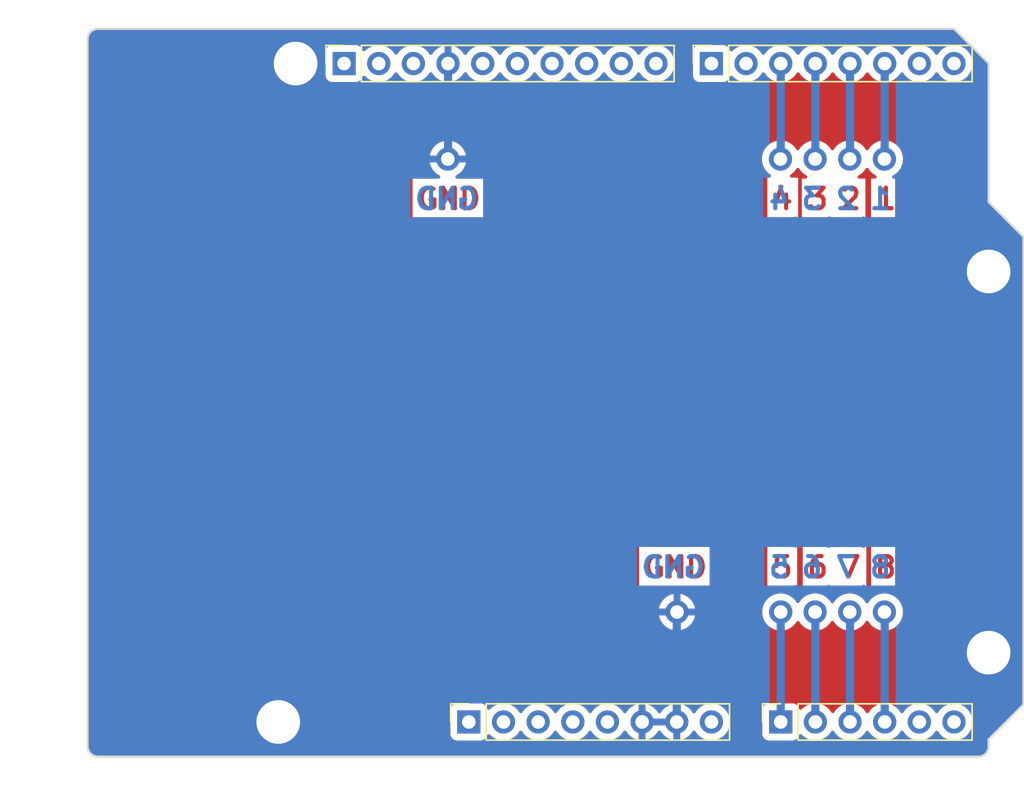
<source format=kicad_pcb>
(kicad_pcb (version 20240108) (generator "pcbnew") (generator_version "8.0")
  (title_block (date "mar. 31 mars 2015"))
  (layers (0 "F.Cu" signal) (31 "B.Cu" signal) (34 "B.Paste" user) (35 "F.Paste" user) (36 "B.SilkS" user "B.Silkscreen") (37 "F.SilkS" user "F.Silkscreen") (38 "B.Mask" user) (39 "F.Mask" user) (44 "Edge.Cuts" user))
  (net 0 "")
  (net 1 "GND")
  (net 3 "+5V")
  (net 4 "/IOREF")
  (net 5 "/A0")
  (net 6 "/A1")
  (net 7 "/A2")
  (net 8 "/A3")
  (net 9 "/SCL")
  (net 10 "/SDA")
  (net 11 "/13")
  (net 12 "/12")
  (net 13 "/AREF")
  (net 14 "/8")
  (net 15 "/7")
  (net 16 "/*11")
  (net 17 "/*10")
  (net 18 "/*9")
  (net 19 "/4")
  (net 20 "/2")
  (net 21 "/*6")
  (net 22 "/*5")
  (net 23 "/TX{slash}1")
  (net 24 "/*3")
  (net 25 "/RX{slash}0")
  (net 26 "+3V3")
  (net 27 "VCC")
  (net 28 "/~{RESET}")
  (net 29 "/A5")
  (net 30 "/A4")
  (footprint "Connector_PinSocket_2.54mm:PinSocket_1x08_P2.54mm_Vertical" (layer "F.Cu") (at 127.94 97.46 90)
    (property "Reference" "J1" (hide yes))
    (property "Value" "Power")
    (fp_line (start 1.33 -1.33) (end 1.33 0) (stroke (width 0.12)) (layer "F.SilkS"))
    (fp_line (start 0 -1.33) (end 1.33 -1.33) (stroke (width 0.12)) (layer "F.SilkS"))
    (fp_line (start 1.33 1.27) (end 1.33 19.11) (stroke (width 0.12)) (layer "F.SilkS"))
    (fp_line (start -1.33 1.27) (end 1.33 1.27) (stroke (width 0.12)) (layer "F.SilkS"))
    (fp_line (start -1.33 1.27) (end -1.33 19.11) (stroke (width 0.12)) (layer "F.SilkS"))
    (fp_line (start -1.33 19.11) (end 1.33 19.11) (stroke (width 0.12)) (layer "F.SilkS"))
    (pad "1" thru_hole rect (at 0 0 90) (size 1.7 1.7) (drill 1) (layers "*.Cu" "*.Mask"))
    (pad "2" thru_hole oval (at 0 2.54 90) (size 1.7 1.7) (drill 1) (layers "*.Cu" "*.Mask") (net 4 "/IOREF"))
    (pad "3" thru_hole oval (at 0 5.08 90) (size 1.7 1.7) (drill 1) (layers "*.Cu" "*.Mask") (net 28 "/~{RESET}"))
    (pad "4" thru_hole oval (at 0 7.62 90) (size 1.7 1.7) (drill 1) (layers "*.Cu" "*.Mask") (net 26 "+3V3"))
    (pad "5" thru_hole oval (at 0 10.16 90) (size 1.7 1.7) (drill 1) (layers "*.Cu" "*.Mask") (net 3 "+5V"))
    (pad "6" thru_hole oval (at 0 12.7 90) (size 1.7 1.7) (drill 1) (layers "*.Cu" "*.Mask") (net 1 "GND"))
    (pad "7" thru_hole oval (at 0 15.24 90) (size 1.7 1.7) (drill 1) (layers "*.Cu" "*.Mask") (net 1 "GND"))
    (pad "8" thru_hole oval (at 0 17.78 90) (size 1.7 1.7) (drill 1) (layers "*.Cu" "*.Mask") (net 27 "VCC"))
  )
  (footprint "Connector_PinSocket_2.54mm:PinSocket_1x06_P2.54mm_Vertical" (layer "F.Cu") (at 150.8 97.46 90)
    (property "Reference" "J3" (hide yes))
    (property "Value" "Analog")
    (fp_line (start 1.33 -1.33) (end 1.33 0) (stroke (width 0.12)) (layer "F.SilkS"))
    (fp_line (start 0 -1.33) (end 1.33 -1.33) (stroke (width 0.12)) (layer "F.SilkS"))
    (fp_line (start 1.33 1.27) (end 1.33 14.03) (stroke (width 0.12)) (layer "F.SilkS"))
    (fp_line (start -1.33 1.27) (end 1.33 1.27) (stroke (width 0.12)) (layer "F.SilkS"))
    (fp_line (start -1.33 1.27) (end -1.33 14.03) (stroke (width 0.12)) (layer "F.SilkS"))
    (fp_line (start -1.33 14.03) (end 1.33 14.03) (stroke (width 0.12)) (layer "F.SilkS"))
    (pad "1" thru_hole rect (at 0 0 90) (size 1.7 1.7) (drill 1) (layers "*.Cu" "*.Mask") (net 5 "/A0"))
    (pad "2" thru_hole oval (at 0 2.54 90) (size 1.7 1.7) (drill 1) (layers "*.Cu" "*.Mask") (net 6 "/A1"))
    (pad "3" thru_hole oval (at 0 5.08 90) (size 1.7 1.7) (drill 1) (layers "*.Cu" "*.Mask") (net 7 "/A2"))
    (pad "4" thru_hole oval (at 0 7.62 90) (size 1.7 1.7) (drill 1) (layers "*.Cu" "*.Mask") (net 8 "/A3"))
    (pad "5" thru_hole oval (at 0 10.16 90) (size 1.7 1.7) (drill 1) (layers "*.Cu" "*.Mask") (net 30 "/A4"))
    (pad "6" thru_hole oval (at 0 12.7 90) (size 1.7 1.7) (drill 1) (layers "*.Cu" "*.Mask") (net 29 "/A5"))
  )
  (footprint "Connector_PinSocket_2.54mm:PinSocket_1x10_P2.54mm_Vertical" (layer "F.Cu") (at 118.796 49.2 90)
    (property "Reference" "J2" (hide yes))
    (property "Value" "Digital/PWM")
    (fp_line (start 1.33 -1.33) (end 1.33 0) (stroke (width 0.12)) (layer "F.SilkS"))
    (fp_line (start 0 -1.33) (end 1.33 -1.33) (stroke (width 0.12)) (layer "F.SilkS"))
    (fp_line (start 1.33 1.27) (end 1.33 24.19) (stroke (width 0.12)) (layer "F.SilkS"))
    (fp_line (start -1.33 1.27) (end 1.33 1.27) (stroke (width 0.12)) (layer "F.SilkS"))
    (fp_line (start -1.33 1.27) (end -1.33 24.19) (stroke (width 0.12)) (layer "F.SilkS"))
    (fp_line (start -1.33 24.19) (end 1.33 24.19) (stroke (width 0.12)) (layer "F.SilkS"))
    (pad "1" thru_hole rect (at 0 0 90) (size 1.7 1.7) (drill 1) (layers "*.Cu" "*.Mask") (net 9 "/SCL"))
    (pad "2" thru_hole oval (at 0 2.54 90) (size 1.7 1.7) (drill 1) (layers "*.Cu" "*.Mask") (net 10 "/SDA"))
    (pad "3" thru_hole oval (at 0 5.08 90) (size 1.7 1.7) (drill 1) (layers "*.Cu" "*.Mask") (net 13 "/AREF"))
    (pad "4" thru_hole oval (at 0 7.62 90) (size 1.7 1.7) (drill 1) (layers "*.Cu" "*.Mask") (net 1 "GND"))
    (pad "5" thru_hole oval (at 0 10.16 90) (size 1.7 1.7) (drill 1) (layers "*.Cu" "*.Mask") (net 11 "/13"))
    (pad "6" thru_hole oval (at 0 12.7 90) (size 1.7 1.7) (drill 1) (layers "*.Cu" "*.Mask") (net 12 "/12"))
    (pad "7" thru_hole oval (at 0 15.24 90) (size 1.7 1.7) (drill 1) (layers "*.Cu" "*.Mask") (net 16 "/*11"))
    (pad "8" thru_hole oval (at 0 17.78 90) (size 1.7 1.7) (drill 1) (layers "*.Cu" "*.Mask") (net 17 "/*10"))
    (pad "9" thru_hole oval (at 0 20.32 90) (size 1.7 1.7) (drill 1) (layers "*.Cu" "*.Mask") (net 18 "/*9"))
    (pad "10" thru_hole oval (at 0 22.86 90) (size 1.7 1.7) (drill 1) (layers "*.Cu" "*.Mask") (net 14 "/8"))
  )
  (footprint "Connector_PinSocket_2.54mm:PinSocket_1x08_P2.54mm_Vertical" (layer "F.Cu") (at 145.72 49.2 90)
    (property "Reference" "J4" (hide yes))
    (property "Value" "Digital/PWM")
    (fp_line (start 1.33 -1.33) (end 1.33 0) (stroke (width 0.12)) (layer "F.SilkS"))
    (fp_line (start 0 -1.33) (end 1.33 -1.33) (stroke (width 0.12)) (layer "F.SilkS"))
    (fp_line (start 1.33 1.27) (end 1.33 19.11) (stroke (width 0.12)) (layer "F.SilkS"))
    (fp_line (start -1.33 1.27) (end 1.33 1.27) (stroke (width 0.12)) (layer "F.SilkS"))
    (fp_line (start -1.33 1.27) (end -1.33 19.11) (stroke (width 0.12)) (layer "F.SilkS"))
    (fp_line (start -1.33 19.11) (end 1.33 19.11) (stroke (width 0.12)) (layer "F.SilkS"))
    (pad "1" thru_hole rect (at 0 0 90) (size 1.7 1.7) (drill 1) (layers "*.Cu" "*.Mask") (net 15 "/7"))
    (pad "2" thru_hole oval (at 0 2.54 90) (size 1.7 1.7) (drill 1) (layers "*.Cu" "*.Mask") (net 21 "/*6"))
    (pad "3" thru_hole oval (at 0 5.08 90) (size 1.7 1.7) (drill 1) (layers "*.Cu" "*.Mask") (net 22 "/*5"))
    (pad "4" thru_hole oval (at 0 7.62 90) (size 1.7 1.7) (drill 1) (layers "*.Cu" "*.Mask") (net 19 "/4"))
    (pad "5" thru_hole oval (at 0 10.16 90) (size 1.7 1.7) (drill 1) (layers "*.Cu" "*.Mask") (net 24 "/*3"))
    (pad "6" thru_hole oval (at 0 12.7 90) (size 1.7 1.7) (drill 1) (layers "*.Cu" "*.Mask") (net 20 "/2"))
    (pad "7" thru_hole oval (at 0 15.24 90) (size 1.7 1.7) (drill 1) (layers "*.Cu" "*.Mask") (net 23 "/TX{slash}1"))
    (pad "8" thru_hole oval (at 0 17.78 90) (size 1.7 1.7) (drill 1) (layers "*.Cu" "*.Mask") (net 25 "/RX{slash}0"))
  )
  (footprint "" (layer "F.Cu") (at 150.78 56.2)
    (property "Reference" "" (at 0 0 0) (layer "F.SilkS") (effects (font (size 1.27 1.27))))
    (property "Value" "")
    (pad "3" thru_hole oval (at 0 0 90) (size 1.7 1.7) (drill 1) (layers "*.Cu" "*.Mask") (net 22 "/*5"))
  )
  (footprint "" (layer "F.Cu") (at 126.4 56.2)
    (property "Reference" "" (at 0 0 0) (layer "F.SilkS") (effects (font (size 1.27 1.27))))
    (property "Value" "")
    (pad "4" thru_hole oval (at 0 0 90) (size 1.7 1.7) (drill 1) (layers "*.Cu" "*.Mask") (net 1 "GND"))
  )
  (footprint "" (layer "F.Cu") (at 153.32 56.2)
    (property "Reference" "" (at 0 0 0) (layer "F.SilkS") (effects (font (size 1.27 1.27))))
    (property "Value" "")
    (pad "4" thru_hole oval (at 0 0 90) (size 1.7 1.7) (drill 1) (layers "*.Cu" "*.Mask") (net 19 "/4"))
  )
  (footprint "" (layer "F.Cu") (at 155.86 89.4)
    (property "Reference" "" (at 0 0 0) (layer "F.SilkS") (effects (font (size 1.27 1.27))))
    (property "Value" "")
    (pad "3" thru_hole oval (at 0 0 90) (size 1.7 1.7) (drill 1) (layers "*.Cu" "*.Mask") (net 7 "/A2"))
  )
  (footprint "" (layer "F.Cu") (at 143.2 89.4)
    (property "Reference" "" (at 0 0 0) (layer "F.SilkS") (effects (font (size 1.27 1.27))))
    (property "Value" "")
    (pad "7" thru_hole oval (at 0 0 90) (size 1.7 1.7) (drill 1) (layers "*.Cu" "*.Mask") (net 1 "GND"))
  )
  (footprint "Arduino_MountingHole:MountingHole_3.2mm" (layer "F.Cu") (at 115.24 49.2)
    (property "Reference" "MH1" (hide yes))
    (property "Value" "MountingHole_3.2mm" (hide yes))
    (pad "" np_thru_hole circle (at 0 0) (size 3.2 3.2) (drill 3.2) (layers "*.Cu" "*.Mask"))
  )
  (footprint "" (layer "F.Cu") (at 158.4 56.2)
    (property "Reference" "" (at 0 0 0) (layer "F.SilkS") (effects (font (size 1.27 1.27))))
    (property "Value" "")
    (pad "6" thru_hole oval (at 0 0 90) (size 1.7 1.7) (drill 1) (layers "*.Cu" "*.Mask") (net 20 "/2"))
  )
  (footprint "" (layer "F.Cu") (at 155.86 56.2)
    (property "Reference" "" (at 0 0 0) (layer "F.SilkS") (effects (font (size 1.27 1.27))))
    (property "Value" "")
    (pad "5" thru_hole oval (at 0 0 90) (size 1.7 1.7) (drill 1) (layers "*.Cu" "*.Mask") (net 24 "/*3"))
  )
  (footprint "" (layer "F.Cu") (at 153.32 89.4)
    (property "Reference" "" (at 0 0 0) (layer "F.SilkS") (effects (font (size 1.27 1.27))))
    (property "Value" "")
    (pad "2" thru_hole oval (at 0 0 90) (size 1.7 1.7) (drill 1) (layers "*.Cu" "*.Mask") (net 6 "/A1"))
  )
  (footprint "" (layer "F.Cu") (at 150.8 89.4)
    (property "Reference" "" (at 0 0 0) (layer "F.SilkS") (effects (font (size 1.27 1.27))))
    (property "Value" "")
    (pad "1" thru_hole oval (at 0 0 90) (size 1.7 1.7) (drill 1) (layers "*.Cu" "*.Mask") (net 5 "/A0"))
  )
  (footprint "Arduino_MountingHole:MountingHole_3.2mm" (layer "F.Cu") (at 113.97 97.46)
    (property "Reference" "MH2" (hide yes))
    (property "Value" "MountingHole_3.2mm" (hide yes))
    (pad "" np_thru_hole circle (at 0 0) (size 3.2 3.2) (drill 3.2) (layers "*.Cu" "*.Mask"))
  )
  (footprint "Arduino_MountingHole:MountingHole_3.2mm" (layer "F.Cu") (at 166.04 64.44)
    (property "Reference" "MH3" (hide yes))
    (property "Value" "MountingHole_3.2mm" (hide yes))
    (pad "" np_thru_hole circle (at 0 0) (size 3.2 3.2) (drill 3.2) (layers "*.Cu" "*.Mask"))
  )
  (footprint "" (layer "F.Cu") (at 158.4 89.4)
    (property "Reference" "" (at 0 0 0) (layer "F.SilkS") (effects (font (size 1.27 1.27))))
    (property "Value" "")
    (pad "4" thru_hole oval (at 0 0 90) (size 1.7 1.7) (drill 1) (layers "*.Cu" "*.Mask") (net 8 "/A3"))
  )
  (footprint "Arduino_MountingHole:MountingHole_3.2mm" (layer "F.Cu") (at 166.04 92.38)
    (property "Reference" "MH4" (hide yes))
    (property "Value" "MountingHole_3.2mm" (hide yes))
    (pad "" np_thru_hole circle (at 0 0) (size 3.2 3.2) (drill 3.2) (layers "*.Cu" "*.Mask"))
  )
  (gr_line (start 166.04 59.36) (end 168.58 61.9) (stroke (width 0.15)) (layer "Edge.Cuts"))
  (gr_line (start 100 99.238) (end 100 47.422) (stroke (width 0.15)) (layer "Edge.Cuts"))
  (gr_line (start 168.58 61.9) (end 168.58 96.19) (stroke (width 0.15)) (layer "Edge.Cuts"))
  (gr_line (start 165.278 100) (end 100.762 100) (stroke (width 0.15)) (layer "Edge.Cuts"))
  (gr_line (start 100.762 46.66) (end 163.5 46.66) (stroke (width 0.15)) (layer "Edge.Cuts"))
  (gr_arc (start 100.762 100) (mid 100.223185 99.776815) (end 100 99.238) (stroke (width 0.15)) (layer "Edge.Cuts"))
  (gr_line (start 168.58 96.19) (end 166.04 98.73) (stroke (width 0.15)) (layer "Edge.Cuts"))
  (gr_line (start 163.5 46.66) (end 166.04 49.2) (stroke (width 0.15)) (layer "Edge.Cuts"))
  (gr_arc (start 166.04 99.238) (mid 165.816815 99.776815) (end 165.278 100) (stroke (width 0.15)) (layer "Edge.Cuts"))
  (gr_line (start 166.04 49.2) (end 166.04 59.36) (stroke (width 0.15)) (layer "Edge.Cuts"))
  (gr_line (start 166.04 98.73) (end 166.04 99.238) (stroke (width 0.15)) (layer "Edge.Cuts"))
  (gr_arc (start 100 47.422) (mid 100.223185 46.883185) (end 100.762 46.66) (stroke (width 0.15)) (layer "Edge.Cuts"))
  (gr_text "6" (at 152.6 87 0) (layer "F.Cu") (effects (font (size 1.5 1.5) (thickness 0.3) (bold yes)) (justify left bottom)))
  (gr_text "7" (at 155 87 0) (layer "F.Cu") (effects (font (size 1.5 1.5) (thickness 0.3) (bold yes)) (justify left bottom)))
  (gr_text "4" (at 150 60 0) (layer "F.Cu") (effects (font (size 1.5 1.5) (thickness 0.3) (bold yes)) (justify left bottom)))
  (gr_text "3" (at 152.6 60 0) (layer "F.Cu") (effects (font (size 1.5 1.5) (thickness 0.3) (bold yes)) (justify left bottom)))
  (gr_text "2" (at 155 60 0) (layer "F.Cu") (effects (font (size 1.5 1.5) (thickness 0.3) (bold yes)) (justify left bottom)))
  (gr_text "1" (at 157.6 60 0) (layer "F.Cu") (effects (font (size 1.5 1.5) (thickness 0.3) (bold yes)) (justify left bottom)))
  (gr_text "GND" (at 140.6 87 0) (layer "F.Cu") (effects (font (size 1.5 1.5) (thickness 0.3) (bold yes)) (justify left bottom)))
  (gr_text "GND" (at 124 60 0) (layer "F.Cu") (effects (font (size 1.5 1.5) (thickness 0.3) (bold yes)) (justify left bottom)))
  (gr_text "5" (at 150 87 0) (layer "F.Cu") (effects (font (size 1.5 1.5) (thickness 0.3) (bold yes)) (justify left bottom)))
  (gr_text "8" (at 157.6 87 0) (layer "F.Cu") (effects (font (size 1.5 1.5) (thickness 0.3) (bold yes)) (justify left bottom)))
  (gr_text "2" (at 156.5 60 0) (layer "B.Cu") (effects (font (size 1.5 1.5) (thickness 0.3) (bold yes)) (justify left bottom mirror)))
  (gr_text "GND" (at 145.4 87 0) (layer "B.Cu") (effects (font (size 1.5 1.5) (thickness 0.3) (bold yes)) (justify left bottom mirror)))
  (gr_text "7" (at 156.5 87 0) (layer "B.Cu") (effects (font (size 1.5 1.5) (thickness 0.3) (bold yes)) (justify left bottom mirror)))
  (gr_text "6" (at 154 87 0) (layer "B.Cu") (effects (font (size 1.5 1.5) (thickness 0.3) (bold yes)) (justify left bottom mirror)))
  (gr_text "GND" (at 128.8 60 0) (layer "B.Cu") (effects (font (size 1.5 1.5) (thickness 0.3) (bold yes)) (justify left bottom mirror)))
  (gr_text "1" (at 159 60 0) (layer "B.Cu") (effects (font (size 1.5 1.5) (thickness 0.3) (bold yes)) (justify left bottom mirror)))
  (gr_text "5\n" (at 151.6 87 0) (layer "B.Cu") (effects (font (size 1.5 1.5) (thickness 0.3) (bold yes)) (justify left bottom mirror)))
  (gr_text "8" (at 159 87 0) (layer "B.Cu") (effects (font (size 1.5 1.5) (thickness 0.3) (bold yes)) (justify left bottom mirror)))
  (gr_text "4\n" (at 151.6 60 0) (layer "B.Cu") (effects (font (size 1.5 1.5) (thickness 0.3) (bold yes)) (justify left bottom mirror)))
  (gr_text "3" (at 154 60 0) (layer "B.Cu") (effects (font (size 1.5 1.5) (thickness 0.3) (bold yes)) (justify left bottom mirror)))
  (segment (start 126.416 56.184) (end 126.4 56.2) (width 0.6) (layer "B.Cu") (net 1))
  (segment (start 126.416 49.2) (end 126.416 56.184) (width 0.6) (layer "B.Cu") (net 1))
  (segment (start 143.18 97.46) (end 143.18 89.42) (width 0.6) (layer "B.Cu") (net 1))
  (segment (start 143.18 89.42) (end 143.2 89.4) (width 0.6) (layer "B.Cu") (net 1))
  (segment (start 150.8 97.46) (end 150.8 89.4) (width 0.6) (layer "B.Cu") (net 5))
  (segment (start 153.34 97.46) (end 153.34 89.42) (width 0.6) (layer "B.Cu") (net 6))
  (segment (start 153.34 89.42) (end 153.32 89.4) (width 0.6) (layer "B.Cu") (net 6))
  (segment (start 155.88 89.42) (end 155.86 89.4) (width 0.6) (layer "B.Cu") (net 7))
  (segment (start 155.88 97.46) (end 155.88 89.42) (width 0.6) (layer "B.Cu") (net 7))
  (segment (start 158.42 89.42) (end 158.4 89.4) (width 0.6) (layer "B.Cu") (net 8))
  (segment (start 158.42 97.46) (end 158.42 89.42) (width 0.6) (layer "B.Cu") (net 8))
  (segment (start 153.34 56.18) (end 153.32 56.2) (width 0.6) (layer "B.Cu") (net 19))
  (segment (start 153.34 49.2) (end 153.34 56.18) (width 0.6) (layer "B.Cu") (net 19))
  (segment (start 158.42 56.18) (end 158.4 56.2) (width 0.6) (layer "B.Cu") (net 20))
  (segment (start 158.42 49.2) (end 158.42 56.18) (width 0.6) (layer "B.Cu") (net 20))
  (segment (start 150.8 56.18) (end 150.78 56.2) (width 0.6) (layer "B.Cu") (net 22))
  (segment (start 150.8 49.2) (end 150.8 56.18) (width 0.6) (layer "B.Cu") (net 22))
  (segment (start 155.88 49.2) (end 155.88 56.18) (width 0.6) (layer "B.Cu") (net 24))
  (segment (start 155.88 56.18) (end 155.86 56.2) (width 0.6) (layer "B.Cu") (net 24))
  (zone (net 1) (net_name "GND") (layers "F&B.Cu") (connect_pads (clearance 0.508)) (min_thickness 0.25) (fill yes (thermal_gap 0.5) (thermal_bridge_width 0.5))
    (polygon (pts (xy 100 100) (xy 168.6 100) (xy 168.6 46.6) (xy 100 46.6)))
  )
)
</source>
